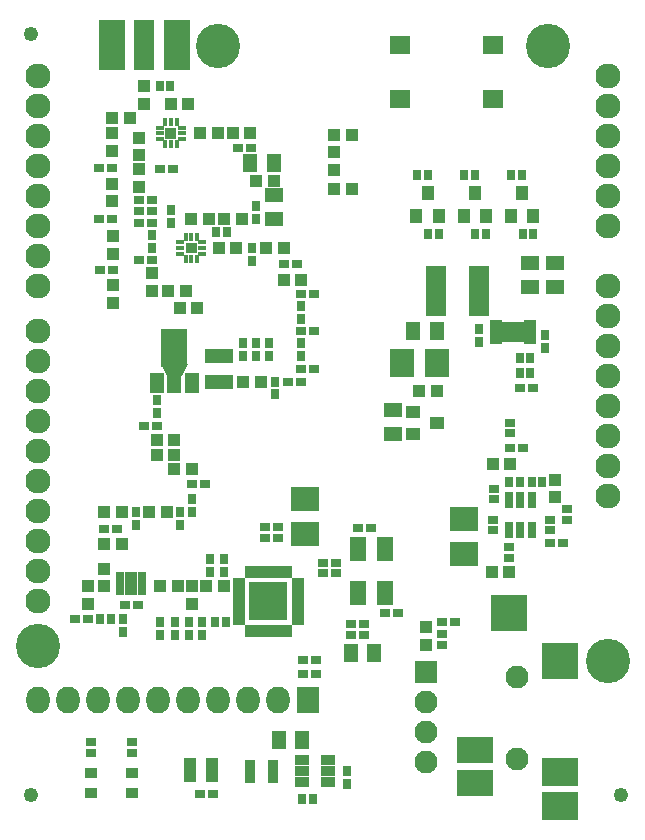
<source format=gts>
G04 #@! TF.FileFunction,Soldermask,Top*
%FSLAX46Y46*%
G04 Gerber Fmt 4.6, Leading zero omitted, Abs format (unit mm)*
G04 Created by KiCad (PCBNEW 4.0.6) date 10/15/17 15:06:52*
%MOMM*%
%LPD*%
G01*
G04 APERTURE LIST*
%ADD10C,0.150000*%
%ADD11R,0.650000X0.850000*%
%ADD12R,0.450000X0.690000*%
%ADD13R,0.690000X0.450000*%
%ADD14R,0.630000X0.630000*%
%ADD15R,3.050000X2.250000*%
%ADD16R,3.050000X2.450000*%
%ADD17R,3.050000X3.050000*%
%ADD18C,1.950000*%
%ADD19R,0.504000X1.012000*%
%ADD20R,1.012000X0.504000*%
%ADD21R,3.249740X3.249740*%
%ADD22R,0.798640X1.448880*%
%ADD23R,1.800000X1.550000*%
%ADD24R,1.977200X2.282000*%
%ADD25O,1.977200X2.282000*%
%ADD26R,1.050000X1.000000*%
%ADD27R,1.250760X1.751140*%
%ADD28R,2.248980X3.249740*%
%ADD29R,0.850000X0.750000*%
%ADD30R,0.750000X0.850000*%
%ADD31R,1.000000X1.050000*%
%ADD32R,0.850000X0.650000*%
%ADD33R,1.250000X0.850000*%
%ADD34R,0.950000X0.670000*%
%ADD35R,0.999300X0.648780*%
%ADD36R,1.500000X1.250000*%
%ADD37R,1.250000X1.500000*%
%ADD38C,1.248220*%
%ADD39R,2.480000X2.050000*%
%ADD40R,0.750000X0.550000*%
%ADD41R,1.050000X1.130000*%
%ADD42R,2.050000X2.480000*%
%ADD43R,1.750000X4.250000*%
%ADD44R,1.000000X0.550000*%
%ADD45R,1.125000X0.975000*%
%ADD46R,1.050000X0.850000*%
%ADD47R,1.950000X1.950000*%
%ADD48O,1.950000X1.950000*%
%ADD49R,1.050000X1.150000*%
%ADD50R,1.150000X1.050000*%
%ADD51R,1.349820X2.149920*%
%ADD52R,2.450000X1.250000*%
%ADD53C,2.129600*%
%ADD54C,3.750000*%
%ADD55R,2.250000X4.314000*%
%ADD56R,1.774000X4.314000*%
G04 APERTURE END LIST*
D10*
D11*
X43600000Y46280000D03*
X42700000Y46280000D03*
D12*
X16100000Y41010000D03*
X15600000Y41010000D03*
X15100000Y41010000D03*
D13*
X14670000Y40580000D03*
X14670000Y40080000D03*
X14670000Y39580000D03*
D12*
X15100000Y39150000D03*
X15600000Y39150000D03*
X16100000Y39150000D03*
D13*
X16530000Y39580000D03*
X16530000Y40080000D03*
X16530000Y40580000D03*
D14*
X15410000Y39890000D03*
X15790000Y39890000D03*
X15410000Y40270000D03*
X15790000Y40270000D03*
D15*
X39600000Y-5220000D03*
X39600000Y-2420000D03*
D16*
X46800000Y-4320000D03*
X46800000Y-7120000D03*
D17*
X46800000Y5080000D03*
X42450000Y9180000D03*
D18*
X43200000Y-3220000D03*
X43200000Y3780000D03*
D19*
X23349680Y7680640D03*
X22849300Y7680640D03*
X22348920Y7680640D03*
X23850060Y7680640D03*
D20*
X24599360Y8429940D03*
X24599360Y8930320D03*
X24599360Y9430700D03*
X24599360Y9931080D03*
X24599360Y10428920D03*
X24599360Y10929300D03*
X24599360Y11429680D03*
X24599360Y11930060D03*
D19*
X20349940Y12679360D03*
X23850060Y12679360D03*
X23349680Y12679360D03*
X22849300Y12679360D03*
X22348920Y12679360D03*
X21851080Y12679360D03*
X21350700Y12679360D03*
X20850320Y12679360D03*
D20*
X19600640Y11930060D03*
X19600640Y11429680D03*
X19600640Y10929300D03*
X19600640Y10428920D03*
X19600640Y9931080D03*
X19600640Y9430700D03*
X19600640Y8930320D03*
X19600640Y8429940D03*
D19*
X20349940Y7680640D03*
X20850320Y7680640D03*
X21350700Y7680640D03*
X21851080Y7680640D03*
D21*
X22100000Y10180000D03*
D22*
X42510040Y18777940D03*
X43460000Y18777940D03*
X44409960Y18777940D03*
X44409960Y16182060D03*
X43460000Y16182060D03*
X42510040Y16182060D03*
D23*
X41175000Y52730000D03*
X33225000Y52730000D03*
X33225000Y57230000D03*
X41175000Y57230000D03*
D24*
X25480000Y1780000D03*
D25*
X22940000Y1780000D03*
X20400000Y1780000D03*
X17860000Y1780000D03*
X15320000Y1780000D03*
X12780000Y1780000D03*
X10240000Y1780000D03*
X7700000Y1780000D03*
X5160000Y1780000D03*
X2620000Y1780000D03*
D26*
X36400000Y27980000D03*
X34900000Y27980000D03*
D27*
X12648860Y28678340D03*
X14150000Y28678340D03*
X15651140Y28678340D03*
D28*
X14150000Y31629820D03*
D10*
G36*
X15275760Y30280350D02*
X14775380Y29281050D01*
X13524620Y29281050D01*
X13024240Y30280350D01*
X15275760Y30280350D01*
X15275760Y30280350D01*
G37*
D29*
X25060000Y5190000D03*
X26160000Y5190000D03*
X25060000Y4040000D03*
X26160000Y4040000D03*
D30*
X16500000Y8430000D03*
X16500000Y7330000D03*
X15360000Y8430000D03*
X15360000Y7330000D03*
D29*
X29100000Y8280000D03*
X30200000Y8280000D03*
X29100000Y7280000D03*
X30200000Y7280000D03*
D30*
X14190000Y8430000D03*
X14190000Y7330000D03*
X12950000Y8430000D03*
X12950000Y7330000D03*
D29*
X32000000Y9180000D03*
X33100000Y9180000D03*
X29700000Y16380000D03*
X30800000Y16380000D03*
X21820000Y15510000D03*
X22920000Y15510000D03*
X21820000Y16460000D03*
X22920000Y16460000D03*
D30*
X18320000Y12680000D03*
X18320000Y13780000D03*
X17180000Y12680000D03*
X17180000Y13780000D03*
X28750000Y-4220000D03*
X28750000Y-5320000D03*
D29*
X17400000Y-6170000D03*
X16300000Y-6170000D03*
D31*
X11610000Y52280000D03*
X11610000Y53780000D03*
D26*
X16100000Y35030000D03*
X14600000Y35030000D03*
X15100000Y36430000D03*
X13600000Y36430000D03*
X15600000Y42530000D03*
X17100000Y42530000D03*
D29*
X12950000Y46780000D03*
X14050000Y46780000D03*
D30*
X13850000Y42230000D03*
X13850000Y43330000D03*
X39950000Y32120000D03*
X39950000Y33220000D03*
X21050000Y30980000D03*
X21050000Y32080000D03*
D29*
X47100000Y15120000D03*
X46000000Y15120000D03*
D26*
X41100000Y21780000D03*
X42600000Y21780000D03*
D29*
X43700000Y23180000D03*
X42600000Y23180000D03*
X37930000Y8450000D03*
X36830000Y8450000D03*
X12250000Y39080000D03*
X11150000Y39080000D03*
X8900000Y42580000D03*
X7800000Y42580000D03*
X12250000Y42180000D03*
X11150000Y42180000D03*
D31*
X35460000Y8000000D03*
X35460000Y6500000D03*
D11*
X18500000Y8430000D03*
X17600000Y8430000D03*
D32*
X41180000Y19690000D03*
X41180000Y18790000D03*
X41100000Y16180000D03*
X41100000Y17080000D03*
D11*
X44410000Y20260000D03*
X45310000Y20260000D03*
D32*
X42600000Y24380000D03*
X42600000Y25280000D03*
X46000000Y17080000D03*
X46000000Y16180000D03*
X47430000Y17090000D03*
X47430000Y17990000D03*
X36830000Y7410000D03*
X36830000Y6510000D03*
D11*
X39600000Y46280000D03*
X38700000Y46280000D03*
D13*
X12920000Y50280000D03*
X12920000Y49780000D03*
X12920000Y49280000D03*
D12*
X13350000Y48850000D03*
X13850000Y48850000D03*
X14350000Y48850000D03*
D13*
X14780000Y49280000D03*
X14780000Y49780000D03*
X14780000Y50280000D03*
D12*
X14350000Y50710000D03*
X13850000Y50710000D03*
X13350000Y50710000D03*
D14*
X14040000Y49590000D03*
X14040000Y49970000D03*
X13660000Y49590000D03*
X13660000Y49970000D03*
D33*
X27200000Y-5170000D03*
X27200000Y-4220000D03*
X27200000Y-3270000D03*
X25000000Y-3270000D03*
X25000000Y-4220000D03*
X25000000Y-5170000D03*
D11*
X25900000Y-6570000D03*
X25000000Y-6570000D03*
X18600000Y41430000D03*
X17700000Y41430000D03*
D32*
X42520000Y13850000D03*
X42520000Y14750000D03*
D11*
X42500000Y20230000D03*
X43400000Y20230000D03*
D34*
X20600000Y-3570000D03*
X20600000Y-4220000D03*
X20600000Y-4870000D03*
X22500000Y-4870000D03*
X22500000Y-4220000D03*
X22500000Y-3570000D03*
D30*
X21050000Y42530000D03*
X21050000Y43630000D03*
D35*
X17349960Y-4770240D03*
X17349960Y-4120000D03*
X17349960Y-3469760D03*
X15450040Y-3469760D03*
X15450040Y-4120000D03*
X15450040Y-4770240D03*
D26*
X22600000Y45780000D03*
X21100000Y45780000D03*
X10400000Y51130000D03*
X8900000Y51130000D03*
D31*
X8200000Y12930000D03*
X8200000Y11430000D03*
X8950000Y36930000D03*
X8950000Y35430000D03*
X12300000Y37980000D03*
X12300000Y36480000D03*
X8950000Y41080000D03*
X8950000Y39580000D03*
X8900000Y45530000D03*
X8900000Y44030000D03*
X8900000Y49780000D03*
X8900000Y48280000D03*
X11150000Y46780000D03*
X11150000Y45280000D03*
D30*
X19950000Y30980000D03*
X19950000Y32080000D03*
X20700000Y40080000D03*
X20700000Y38980000D03*
X22150000Y30980000D03*
X22150000Y32080000D03*
D29*
X8950000Y38180000D03*
X7850000Y38180000D03*
X8900000Y46880000D03*
X7800000Y46880000D03*
X11150000Y44180000D03*
X12250000Y44180000D03*
X20650000Y48530000D03*
X19550000Y48530000D03*
D31*
X11150000Y49430000D03*
X11150000Y47930000D03*
D26*
X16350000Y49780000D03*
X17850000Y49780000D03*
X12950000Y11430000D03*
X14450000Y11430000D03*
D29*
X24900000Y29880000D03*
X26000000Y29880000D03*
X6850000Y8680000D03*
X5750000Y8680000D03*
D30*
X9850000Y8680000D03*
X9850000Y7580000D03*
X12250000Y41180000D03*
X12250000Y40080000D03*
D36*
X22600000Y44530000D03*
X22600000Y42530000D03*
D29*
X11150000Y43180000D03*
X12250000Y43180000D03*
D37*
X20600000Y47280000D03*
X22600000Y47280000D03*
D29*
X11050000Y9880000D03*
X9950000Y9880000D03*
D11*
X7900000Y8680000D03*
X8800000Y8680000D03*
D38*
X51960000Y-6190000D03*
X2050000Y58160000D03*
D39*
X25200000Y18790000D03*
X25200000Y15870000D03*
D40*
X11450000Y10930000D03*
X11450000Y11430000D03*
X11450000Y11930000D03*
X11450000Y12430000D03*
X9550000Y12430000D03*
X9550000Y11930000D03*
X9550000Y11430000D03*
X9550000Y10930000D03*
D41*
X10500000Y12120000D03*
X10500000Y11240000D03*
D31*
X27700000Y46680000D03*
X27700000Y48180000D03*
D26*
X27700000Y49680000D03*
X29200000Y49680000D03*
X27700000Y45080000D03*
X29200000Y45080000D03*
X15350000Y52280000D03*
X13850000Y52280000D03*
X9700000Y14980000D03*
X8200000Y14980000D03*
D11*
X12910000Y53780000D03*
X13810000Y53780000D03*
D30*
X45560000Y32720000D03*
X45560000Y31620000D03*
D29*
X44480000Y28230000D03*
X43380000Y28230000D03*
D42*
X33440000Y30330000D03*
X36360000Y30330000D03*
D11*
X43380000Y29470000D03*
X44280000Y29470000D03*
X44280000Y30810000D03*
X43380000Y30810000D03*
D36*
X46360000Y36810000D03*
X46360000Y38810000D03*
X44280000Y36810000D03*
X44280000Y38810000D03*
D37*
X34400000Y33080000D03*
X36400000Y33080000D03*
D43*
X39950000Y36480000D03*
X36350000Y36480000D03*
D36*
X32650000Y26330000D03*
X32650000Y24330000D03*
D31*
X6850000Y11430000D03*
X6850000Y9930000D03*
D26*
X19900000Y42530000D03*
X18400000Y42530000D03*
X19100000Y49780000D03*
X20600000Y49780000D03*
D37*
X31100000Y5830000D03*
X29100000Y5830000D03*
X23000000Y-1570000D03*
X25000000Y-1570000D03*
D44*
X44280000Y32220000D03*
X44280000Y32720000D03*
X44280000Y33220000D03*
X44280000Y33720000D03*
X41380000Y33720000D03*
X41380000Y33220000D03*
X41380000Y32720000D03*
X41380000Y32220000D03*
D45*
X42392500Y33332500D03*
X42392500Y32607500D03*
X43267500Y33332500D03*
X43267500Y32607500D03*
D26*
X16850000Y11430000D03*
X18350000Y11430000D03*
D31*
X15650000Y9930000D03*
X15650000Y11430000D03*
D11*
X36550000Y41280000D03*
X35650000Y41280000D03*
D32*
X27875000Y12530000D03*
X27875000Y13430000D03*
D11*
X40550000Y41280000D03*
X39650000Y41280000D03*
X44550000Y41280000D03*
X43650000Y41280000D03*
X35600000Y46280000D03*
X34700000Y46280000D03*
D32*
X26750000Y12530000D03*
X26750000Y13430000D03*
D46*
X10600000Y-6070000D03*
X10600000Y-4370000D03*
X7100000Y-6070000D03*
X7100000Y-4370000D03*
D32*
X10600000Y-1770000D03*
X10600000Y-2670000D03*
X7100000Y-1770000D03*
X7100000Y-2670000D03*
D26*
X14150000Y22580000D03*
X12650000Y22580000D03*
D29*
X24900000Y36180000D03*
X26000000Y36180000D03*
D30*
X15650000Y17730000D03*
X15650000Y18830000D03*
X24900000Y32080000D03*
X24900000Y30980000D03*
X12650000Y26080000D03*
X12650000Y27180000D03*
D26*
X21900000Y40080000D03*
X23400000Y40080000D03*
D30*
X10950000Y17730000D03*
X10950000Y16630000D03*
D29*
X15650000Y20080000D03*
X16750000Y20080000D03*
D47*
X35470000Y4165000D03*
D48*
X35470000Y1625000D03*
X35470000Y-915000D03*
X35470000Y-3455000D03*
D49*
X34650000Y42780000D03*
X36550000Y42780000D03*
X35600000Y44780000D03*
X38650000Y42780000D03*
X40550000Y42780000D03*
X39600000Y44780000D03*
X42650000Y42780000D03*
X44550000Y42780000D03*
X43600000Y44780000D03*
D50*
X34400000Y26230000D03*
X34400000Y24330000D03*
X36400000Y25280000D03*
D51*
X31998080Y10880880D03*
X31998080Y14579120D03*
X29701920Y14579120D03*
X29701920Y10880880D03*
D30*
X14650000Y17730000D03*
X14650000Y16630000D03*
D29*
X24900000Y33080000D03*
X26000000Y33080000D03*
D31*
X46390000Y20460000D03*
X46390000Y18960000D03*
D29*
X12650000Y24980000D03*
X11550000Y24980000D03*
D26*
X41020000Y12680000D03*
X42520000Y12680000D03*
D29*
X8200000Y16330000D03*
X9300000Y16330000D03*
D30*
X22700000Y28780000D03*
X22700000Y27680000D03*
D39*
X38680000Y14190000D03*
X38680000Y17110000D03*
D26*
X12050000Y17730000D03*
X13550000Y17730000D03*
X15650000Y21330000D03*
X14150000Y21330000D03*
X14150000Y23830000D03*
X12650000Y23830000D03*
D30*
X24900000Y35180000D03*
X24900000Y34080000D03*
D26*
X8200000Y17730000D03*
X9700000Y17730000D03*
X23400000Y37380000D03*
X24900000Y37380000D03*
D52*
X17900000Y28780000D03*
X17900000Y30980000D03*
D26*
X21450000Y28780000D03*
X19950000Y28780000D03*
D29*
X24900000Y28780000D03*
X23800000Y28780000D03*
D38*
X2050000Y-6190000D03*
D26*
X19400000Y40080000D03*
X17900000Y40080000D03*
D53*
X50830000Y26680000D03*
X50830000Y29220000D03*
X50830000Y41920000D03*
X50830000Y44460000D03*
X50830000Y47000000D03*
X50830000Y49540000D03*
X50830000Y52080000D03*
X50830000Y54620000D03*
X2570000Y15250000D03*
X2570000Y49540000D03*
X2570000Y47000000D03*
X2570000Y44460000D03*
X2570000Y41920000D03*
X2570000Y39380000D03*
X2570000Y36840000D03*
X2570000Y33030000D03*
X2570000Y30490000D03*
X2570000Y27950000D03*
X2570000Y25410000D03*
X2570000Y22870000D03*
X2570000Y20330000D03*
X50830000Y31760000D03*
X50830000Y34300000D03*
X2570000Y17790000D03*
X50830000Y24140000D03*
X2570000Y54620000D03*
X2570000Y52080000D03*
X50830000Y36840000D03*
D54*
X2570000Y6360000D03*
X45755000Y57165000D03*
X17815000Y57160000D03*
X50830000Y5095000D03*
D53*
X2570000Y12710000D03*
X2570000Y10170000D03*
X50830000Y21600000D03*
X50830000Y19060000D03*
D55*
X8838000Y57240000D03*
X14362000Y57240000D03*
D56*
X11600000Y57240000D03*
D29*
X23400000Y38760000D03*
X24500000Y38760000D03*
M02*

</source>
